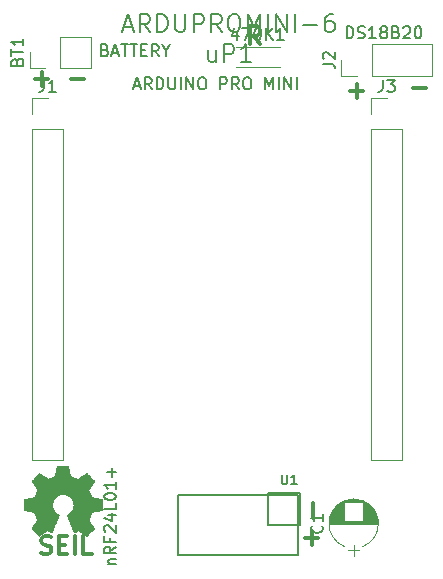
<source format=gto>
G04 #@! TF.FileFunction,Legend,Top*
%FSLAX46Y46*%
G04 Gerber Fmt 4.6, Leading zero omitted, Abs format (unit mm)*
G04 Created by KiCad (PCBNEW 4.0.6-e0-6349~53~ubuntu16.04.1) date Mon Jun 26 21:18:09 2017*
%MOMM*%
%LPD*%
G01*
G04 APERTURE LIST*
%ADD10C,0.200000*%
%ADD11C,0.300000*%
%ADD12C,0.120000*%
%ADD13C,0.150000*%
%ADD14C,0.010000*%
%ADD15C,0.160000*%
G04 APERTURE END LIST*
D10*
D11*
X143720286Y-59352571D02*
X143220286Y-58638286D01*
X142863143Y-59352571D02*
X142863143Y-57852571D01*
X143434571Y-57852571D01*
X143577429Y-57924000D01*
X143648857Y-57995429D01*
X143720286Y-58138286D01*
X143720286Y-58352571D01*
X143648857Y-58495429D01*
X143577429Y-58566857D01*
X143434571Y-58638286D01*
X142863143Y-58638286D01*
X147510572Y-101199143D02*
X148653429Y-101199143D01*
X148082000Y-101770571D02*
X148082000Y-100627714D01*
X148189143Y-99377428D02*
X148189143Y-98234571D01*
X156654572Y-63099143D02*
X157797429Y-63099143D01*
X151320572Y-63353143D02*
X152463429Y-63353143D01*
X151892000Y-63924571D02*
X151892000Y-62781714D01*
X124650572Y-62337143D02*
X125793429Y-62337143D01*
X125222000Y-62908571D02*
X125222000Y-61765714D01*
X127698572Y-62337143D02*
X128841429Y-62337143D01*
X125182571Y-102461143D02*
X125396857Y-102532571D01*
X125754000Y-102532571D01*
X125896857Y-102461143D01*
X125968286Y-102389714D01*
X126039714Y-102246857D01*
X126039714Y-102104000D01*
X125968286Y-101961143D01*
X125896857Y-101889714D01*
X125754000Y-101818286D01*
X125468286Y-101746857D01*
X125325428Y-101675429D01*
X125254000Y-101604000D01*
X125182571Y-101461143D01*
X125182571Y-101318286D01*
X125254000Y-101175429D01*
X125325428Y-101104000D01*
X125468286Y-101032571D01*
X125825428Y-101032571D01*
X126039714Y-101104000D01*
X126682571Y-101746857D02*
X127182571Y-101746857D01*
X127396857Y-102532571D02*
X126682571Y-102532571D01*
X126682571Y-101032571D01*
X127396857Y-101032571D01*
X128039714Y-102532571D02*
X128039714Y-101032571D01*
X129468286Y-102532571D02*
X128754000Y-102532571D01*
X128754000Y-101032571D01*
D10*
X130596000Y-59872571D02*
X130738857Y-59920190D01*
X130786476Y-59967810D01*
X130834095Y-60063048D01*
X130834095Y-60205905D01*
X130786476Y-60301143D01*
X130738857Y-60348762D01*
X130643619Y-60396381D01*
X130262666Y-60396381D01*
X130262666Y-59396381D01*
X130596000Y-59396381D01*
X130691238Y-59444000D01*
X130738857Y-59491619D01*
X130786476Y-59586857D01*
X130786476Y-59682095D01*
X130738857Y-59777333D01*
X130691238Y-59824952D01*
X130596000Y-59872571D01*
X130262666Y-59872571D01*
X131215047Y-60110667D02*
X131691238Y-60110667D01*
X131119809Y-60396381D02*
X131453142Y-59396381D01*
X131786476Y-60396381D01*
X131976952Y-59396381D02*
X132548381Y-59396381D01*
X132262666Y-60396381D02*
X132262666Y-59396381D01*
X132738857Y-59396381D02*
X133310286Y-59396381D01*
X133024571Y-60396381D02*
X133024571Y-59396381D01*
X133643619Y-59872571D02*
X133976953Y-59872571D01*
X134119810Y-60396381D02*
X133643619Y-60396381D01*
X133643619Y-59396381D01*
X134119810Y-59396381D01*
X135119810Y-60396381D02*
X134786476Y-59920190D01*
X134548381Y-60396381D02*
X134548381Y-59396381D01*
X134929334Y-59396381D01*
X135024572Y-59444000D01*
X135072191Y-59491619D01*
X135119810Y-59586857D01*
X135119810Y-59729714D01*
X135072191Y-59824952D01*
X135024572Y-59872571D01*
X134929334Y-59920190D01*
X134548381Y-59920190D01*
X135738857Y-59920190D02*
X135738857Y-60396381D01*
X135405524Y-59396381D02*
X135738857Y-59920190D01*
X136072191Y-59396381D01*
X151035143Y-58872381D02*
X151035143Y-57872381D01*
X151273238Y-57872381D01*
X151416096Y-57920000D01*
X151511334Y-58015238D01*
X151558953Y-58110476D01*
X151606572Y-58300952D01*
X151606572Y-58443810D01*
X151558953Y-58634286D01*
X151511334Y-58729524D01*
X151416096Y-58824762D01*
X151273238Y-58872381D01*
X151035143Y-58872381D01*
X151987524Y-58824762D02*
X152130381Y-58872381D01*
X152368477Y-58872381D01*
X152463715Y-58824762D01*
X152511334Y-58777143D01*
X152558953Y-58681905D01*
X152558953Y-58586667D01*
X152511334Y-58491429D01*
X152463715Y-58443810D01*
X152368477Y-58396190D01*
X152178000Y-58348571D01*
X152082762Y-58300952D01*
X152035143Y-58253333D01*
X151987524Y-58158095D01*
X151987524Y-58062857D01*
X152035143Y-57967619D01*
X152082762Y-57920000D01*
X152178000Y-57872381D01*
X152416096Y-57872381D01*
X152558953Y-57920000D01*
X153511334Y-58872381D02*
X152939905Y-58872381D01*
X153225619Y-58872381D02*
X153225619Y-57872381D01*
X153130381Y-58015238D01*
X153035143Y-58110476D01*
X152939905Y-58158095D01*
X154082762Y-58300952D02*
X153987524Y-58253333D01*
X153939905Y-58205714D01*
X153892286Y-58110476D01*
X153892286Y-58062857D01*
X153939905Y-57967619D01*
X153987524Y-57920000D01*
X154082762Y-57872381D01*
X154273239Y-57872381D01*
X154368477Y-57920000D01*
X154416096Y-57967619D01*
X154463715Y-58062857D01*
X154463715Y-58110476D01*
X154416096Y-58205714D01*
X154368477Y-58253333D01*
X154273239Y-58300952D01*
X154082762Y-58300952D01*
X153987524Y-58348571D01*
X153939905Y-58396190D01*
X153892286Y-58491429D01*
X153892286Y-58681905D01*
X153939905Y-58777143D01*
X153987524Y-58824762D01*
X154082762Y-58872381D01*
X154273239Y-58872381D01*
X154368477Y-58824762D01*
X154416096Y-58777143D01*
X154463715Y-58681905D01*
X154463715Y-58491429D01*
X154416096Y-58396190D01*
X154368477Y-58348571D01*
X154273239Y-58300952D01*
X155225620Y-58348571D02*
X155368477Y-58396190D01*
X155416096Y-58443810D01*
X155463715Y-58539048D01*
X155463715Y-58681905D01*
X155416096Y-58777143D01*
X155368477Y-58824762D01*
X155273239Y-58872381D01*
X154892286Y-58872381D01*
X154892286Y-57872381D01*
X155225620Y-57872381D01*
X155320858Y-57920000D01*
X155368477Y-57967619D01*
X155416096Y-58062857D01*
X155416096Y-58158095D01*
X155368477Y-58253333D01*
X155320858Y-58300952D01*
X155225620Y-58348571D01*
X154892286Y-58348571D01*
X155844667Y-57967619D02*
X155892286Y-57920000D01*
X155987524Y-57872381D01*
X156225620Y-57872381D01*
X156320858Y-57920000D01*
X156368477Y-57967619D01*
X156416096Y-58062857D01*
X156416096Y-58158095D01*
X156368477Y-58300952D01*
X155797048Y-58872381D01*
X156416096Y-58872381D01*
X157035143Y-57872381D02*
X157130382Y-57872381D01*
X157225620Y-57920000D01*
X157273239Y-57967619D01*
X157320858Y-58062857D01*
X157368477Y-58253333D01*
X157368477Y-58491429D01*
X157320858Y-58681905D01*
X157273239Y-58777143D01*
X157225620Y-58824762D01*
X157130382Y-58872381D01*
X157035143Y-58872381D01*
X156939905Y-58824762D01*
X156892286Y-58777143D01*
X156844667Y-58681905D01*
X156797048Y-58491429D01*
X156797048Y-58253333D01*
X156844667Y-58062857D01*
X156892286Y-57967619D01*
X156939905Y-57920000D01*
X157035143Y-57872381D01*
X130849714Y-103385429D02*
X131516381Y-103385429D01*
X130944952Y-103385429D02*
X130897333Y-103337810D01*
X130849714Y-103242572D01*
X130849714Y-103099714D01*
X130897333Y-103004476D01*
X130992571Y-102956857D01*
X131516381Y-102956857D01*
X131516381Y-101909238D02*
X131040190Y-102242572D01*
X131516381Y-102480667D02*
X130516381Y-102480667D01*
X130516381Y-102099714D01*
X130564000Y-102004476D01*
X130611619Y-101956857D01*
X130706857Y-101909238D01*
X130849714Y-101909238D01*
X130944952Y-101956857D01*
X130992571Y-102004476D01*
X131040190Y-102099714D01*
X131040190Y-102480667D01*
X130992571Y-101147333D02*
X130992571Y-101480667D01*
X131516381Y-101480667D02*
X130516381Y-101480667D01*
X130516381Y-101004476D01*
X130611619Y-100671143D02*
X130564000Y-100623524D01*
X130516381Y-100528286D01*
X130516381Y-100290190D01*
X130564000Y-100194952D01*
X130611619Y-100147333D01*
X130706857Y-100099714D01*
X130802095Y-100099714D01*
X130944952Y-100147333D01*
X131516381Y-100718762D01*
X131516381Y-100099714D01*
X130849714Y-99242571D02*
X131516381Y-99242571D01*
X130468762Y-99480667D02*
X131183048Y-99718762D01*
X131183048Y-99099714D01*
X131516381Y-98242571D02*
X131516381Y-98718762D01*
X130516381Y-98718762D01*
X130516381Y-97718762D02*
X130516381Y-97623523D01*
X130564000Y-97528285D01*
X130611619Y-97480666D01*
X130706857Y-97433047D01*
X130897333Y-97385428D01*
X131135429Y-97385428D01*
X131325905Y-97433047D01*
X131421143Y-97480666D01*
X131468762Y-97528285D01*
X131516381Y-97623523D01*
X131516381Y-97718762D01*
X131468762Y-97814000D01*
X131421143Y-97861619D01*
X131325905Y-97909238D01*
X131135429Y-97956857D01*
X130897333Y-97956857D01*
X130706857Y-97909238D01*
X130611619Y-97861619D01*
X130564000Y-97814000D01*
X130516381Y-97718762D01*
X131516381Y-96433047D02*
X131516381Y-97004476D01*
X131516381Y-96718762D02*
X130516381Y-96718762D01*
X130659238Y-96814000D01*
X130754476Y-96909238D01*
X130802095Y-97004476D01*
X131135429Y-96004476D02*
X131135429Y-95242571D01*
X131516381Y-95623523D02*
X130754476Y-95623523D01*
X133049239Y-62904667D02*
X133525430Y-62904667D01*
X132954001Y-63190381D02*
X133287334Y-62190381D01*
X133620668Y-63190381D01*
X134525430Y-63190381D02*
X134192096Y-62714190D01*
X133954001Y-63190381D02*
X133954001Y-62190381D01*
X134334954Y-62190381D01*
X134430192Y-62238000D01*
X134477811Y-62285619D01*
X134525430Y-62380857D01*
X134525430Y-62523714D01*
X134477811Y-62618952D01*
X134430192Y-62666571D01*
X134334954Y-62714190D01*
X133954001Y-62714190D01*
X134954001Y-63190381D02*
X134954001Y-62190381D01*
X135192096Y-62190381D01*
X135334954Y-62238000D01*
X135430192Y-62333238D01*
X135477811Y-62428476D01*
X135525430Y-62618952D01*
X135525430Y-62761810D01*
X135477811Y-62952286D01*
X135430192Y-63047524D01*
X135334954Y-63142762D01*
X135192096Y-63190381D01*
X134954001Y-63190381D01*
X135954001Y-62190381D02*
X135954001Y-62999905D01*
X136001620Y-63095143D01*
X136049239Y-63142762D01*
X136144477Y-63190381D01*
X136334954Y-63190381D01*
X136430192Y-63142762D01*
X136477811Y-63095143D01*
X136525430Y-62999905D01*
X136525430Y-62190381D01*
X137001620Y-63190381D02*
X137001620Y-62190381D01*
X137477810Y-63190381D02*
X137477810Y-62190381D01*
X138049239Y-63190381D01*
X138049239Y-62190381D01*
X138715905Y-62190381D02*
X138906382Y-62190381D01*
X139001620Y-62238000D01*
X139096858Y-62333238D01*
X139144477Y-62523714D01*
X139144477Y-62857048D01*
X139096858Y-63047524D01*
X139001620Y-63142762D01*
X138906382Y-63190381D01*
X138715905Y-63190381D01*
X138620667Y-63142762D01*
X138525429Y-63047524D01*
X138477810Y-62857048D01*
X138477810Y-62523714D01*
X138525429Y-62333238D01*
X138620667Y-62238000D01*
X138715905Y-62190381D01*
X140334953Y-63190381D02*
X140334953Y-62190381D01*
X140715906Y-62190381D01*
X140811144Y-62238000D01*
X140858763Y-62285619D01*
X140906382Y-62380857D01*
X140906382Y-62523714D01*
X140858763Y-62618952D01*
X140811144Y-62666571D01*
X140715906Y-62714190D01*
X140334953Y-62714190D01*
X141906382Y-63190381D02*
X141573048Y-62714190D01*
X141334953Y-63190381D02*
X141334953Y-62190381D01*
X141715906Y-62190381D01*
X141811144Y-62238000D01*
X141858763Y-62285619D01*
X141906382Y-62380857D01*
X141906382Y-62523714D01*
X141858763Y-62618952D01*
X141811144Y-62666571D01*
X141715906Y-62714190D01*
X141334953Y-62714190D01*
X142525429Y-62190381D02*
X142715906Y-62190381D01*
X142811144Y-62238000D01*
X142906382Y-62333238D01*
X142954001Y-62523714D01*
X142954001Y-62857048D01*
X142906382Y-63047524D01*
X142811144Y-63142762D01*
X142715906Y-63190381D01*
X142525429Y-63190381D01*
X142430191Y-63142762D01*
X142334953Y-63047524D01*
X142287334Y-62857048D01*
X142287334Y-62523714D01*
X142334953Y-62333238D01*
X142430191Y-62238000D01*
X142525429Y-62190381D01*
X144144477Y-63190381D02*
X144144477Y-62190381D01*
X144477811Y-62904667D01*
X144811144Y-62190381D01*
X144811144Y-63190381D01*
X145287334Y-63190381D02*
X145287334Y-62190381D01*
X145763524Y-63190381D02*
X145763524Y-62190381D01*
X146334953Y-63190381D01*
X146334953Y-62190381D01*
X146811143Y-63190381D02*
X146811143Y-62190381D01*
D12*
X126809500Y-61401000D02*
X129409500Y-61401000D01*
X129409500Y-61401000D02*
X129409500Y-58741000D01*
X129409500Y-58741000D02*
X126809500Y-58741000D01*
X126809500Y-58741000D02*
X126809500Y-61401000D01*
X125539500Y-61401000D02*
X124209500Y-61401000D01*
X124209500Y-61401000D02*
X124209500Y-60071000D01*
X149588000Y-99965000D02*
X153688000Y-99965000D01*
X149588000Y-99925000D02*
X153688000Y-99925000D01*
X149589000Y-99885000D02*
X153687000Y-99885000D01*
X149591000Y-99845000D02*
X153685000Y-99845000D01*
X149594000Y-99805000D02*
X153682000Y-99805000D01*
X149597000Y-99765000D02*
X153679000Y-99765000D01*
X149601000Y-99725000D02*
X150858000Y-99725000D01*
X152418000Y-99725000D02*
X153675000Y-99725000D01*
X149606000Y-99685000D02*
X150858000Y-99685000D01*
X152418000Y-99685000D02*
X153670000Y-99685000D01*
X149612000Y-99645000D02*
X150858000Y-99645000D01*
X152418000Y-99645000D02*
X153664000Y-99645000D01*
X149619000Y-99605000D02*
X150858000Y-99605000D01*
X152418000Y-99605000D02*
X153657000Y-99605000D01*
X149626000Y-99565000D02*
X150858000Y-99565000D01*
X152418000Y-99565000D02*
X153650000Y-99565000D01*
X149634000Y-99525000D02*
X150858000Y-99525000D01*
X152418000Y-99525000D02*
X153642000Y-99525000D01*
X149643000Y-99485000D02*
X150858000Y-99485000D01*
X152418000Y-99485000D02*
X153633000Y-99485000D01*
X149653000Y-99445000D02*
X150858000Y-99445000D01*
X152418000Y-99445000D02*
X153623000Y-99445000D01*
X149664000Y-99405000D02*
X150858000Y-99405000D01*
X152418000Y-99405000D02*
X153612000Y-99405000D01*
X149675000Y-99365000D02*
X150858000Y-99365000D01*
X152418000Y-99365000D02*
X153601000Y-99365000D01*
X149688000Y-99325000D02*
X150858000Y-99325000D01*
X152418000Y-99325000D02*
X153588000Y-99325000D01*
X149701000Y-99285000D02*
X150858000Y-99285000D01*
X152418000Y-99285000D02*
X153575000Y-99285000D01*
X149715000Y-99244000D02*
X150858000Y-99244000D01*
X152418000Y-99244000D02*
X153561000Y-99244000D01*
X149731000Y-99204000D02*
X150858000Y-99204000D01*
X152418000Y-99204000D02*
X153545000Y-99204000D01*
X149747000Y-99164000D02*
X150858000Y-99164000D01*
X152418000Y-99164000D02*
X153529000Y-99164000D01*
X149764000Y-99124000D02*
X150858000Y-99124000D01*
X152418000Y-99124000D02*
X153512000Y-99124000D01*
X149782000Y-99084000D02*
X150858000Y-99084000D01*
X152418000Y-99084000D02*
X153494000Y-99084000D01*
X149801000Y-99044000D02*
X150858000Y-99044000D01*
X152418000Y-99044000D02*
X153475000Y-99044000D01*
X149821000Y-99004000D02*
X150858000Y-99004000D01*
X152418000Y-99004000D02*
X153455000Y-99004000D01*
X149842000Y-98964000D02*
X150858000Y-98964000D01*
X152418000Y-98964000D02*
X153434000Y-98964000D01*
X149865000Y-98924000D02*
X150858000Y-98924000D01*
X152418000Y-98924000D02*
X153411000Y-98924000D01*
X149888000Y-98884000D02*
X150858000Y-98884000D01*
X152418000Y-98884000D02*
X153388000Y-98884000D01*
X149913000Y-98844000D02*
X150858000Y-98844000D01*
X152418000Y-98844000D02*
X153363000Y-98844000D01*
X149939000Y-98804000D02*
X150858000Y-98804000D01*
X152418000Y-98804000D02*
X153337000Y-98804000D01*
X149966000Y-98764000D02*
X150858000Y-98764000D01*
X152418000Y-98764000D02*
X153310000Y-98764000D01*
X149995000Y-98724000D02*
X150858000Y-98724000D01*
X152418000Y-98724000D02*
X153281000Y-98724000D01*
X150025000Y-98684000D02*
X150858000Y-98684000D01*
X152418000Y-98684000D02*
X153251000Y-98684000D01*
X150057000Y-98644000D02*
X150858000Y-98644000D01*
X152418000Y-98644000D02*
X153219000Y-98644000D01*
X150091000Y-98604000D02*
X150858000Y-98604000D01*
X152418000Y-98604000D02*
X153185000Y-98604000D01*
X150126000Y-98564000D02*
X150858000Y-98564000D01*
X152418000Y-98564000D02*
X153150000Y-98564000D01*
X150163000Y-98524000D02*
X150858000Y-98524000D01*
X152418000Y-98524000D02*
X153113000Y-98524000D01*
X150202000Y-98484000D02*
X150858000Y-98484000D01*
X152418000Y-98484000D02*
X153074000Y-98484000D01*
X150243000Y-98444000D02*
X150858000Y-98444000D01*
X152418000Y-98444000D02*
X153033000Y-98444000D01*
X150287000Y-98404000D02*
X150858000Y-98404000D01*
X152418000Y-98404000D02*
X152989000Y-98404000D01*
X150333000Y-98364000D02*
X150858000Y-98364000D01*
X152418000Y-98364000D02*
X152943000Y-98364000D01*
X150382000Y-98324000D02*
X150858000Y-98324000D01*
X152418000Y-98324000D02*
X152894000Y-98324000D01*
X150434000Y-98284000D02*
X150858000Y-98284000D01*
X152418000Y-98284000D02*
X152842000Y-98284000D01*
X150490000Y-98244000D02*
X150858000Y-98244000D01*
X152418000Y-98244000D02*
X152786000Y-98244000D01*
X150550000Y-98204000D02*
X150858000Y-98204000D01*
X152418000Y-98204000D02*
X152726000Y-98204000D01*
X150615000Y-98164000D02*
X152661000Y-98164000D01*
X150686000Y-98124000D02*
X152590000Y-98124000D01*
X150764000Y-98084000D02*
X152512000Y-98084000D01*
X150852000Y-98044000D02*
X152424000Y-98044000D01*
X150952000Y-98004000D02*
X152324000Y-98004000D01*
X151071000Y-97964000D02*
X152205000Y-97964000D01*
X151223000Y-97924000D02*
X152053000Y-97924000D01*
X151473000Y-97884000D02*
X151803000Y-97884000D01*
X151638000Y-102665000D02*
X151638000Y-101765000D01*
X151188000Y-102215000D02*
X152088000Y-102215000D01*
X150858911Y-98025639D02*
G75*
G03X150858000Y-101903995I779089J-1939361D01*
G01*
X152417089Y-98025639D02*
G75*
G02X152418000Y-101903995I-779089J-1939361D01*
G01*
X152417089Y-98025639D02*
G75*
G03X150858000Y-98026005I-779089J-1939361D01*
G01*
X124400000Y-66548000D02*
X124400000Y-94548000D01*
X124400000Y-94548000D02*
X127060000Y-94548000D01*
X127060000Y-94548000D02*
X127060000Y-66548000D01*
X127060000Y-66548000D02*
X124400000Y-66548000D01*
X124400000Y-65278000D02*
X124400000Y-63948000D01*
X124400000Y-63948000D02*
X125730000Y-63948000D01*
X153162000Y-62036000D02*
X158302000Y-62036000D01*
X158302000Y-62036000D02*
X158302000Y-59376000D01*
X158302000Y-59376000D02*
X153162000Y-59376000D01*
X153162000Y-59376000D02*
X153162000Y-62036000D01*
X151892000Y-62036000D02*
X150562000Y-62036000D01*
X150562000Y-62036000D02*
X150562000Y-60706000D01*
X153102000Y-66548000D02*
X153102000Y-94548000D01*
X153102000Y-94548000D02*
X155762000Y-94548000D01*
X155762000Y-94548000D02*
X155762000Y-66548000D01*
X155762000Y-66548000D02*
X153102000Y-66548000D01*
X153102000Y-65278000D02*
X153102000Y-63948000D01*
X153102000Y-63948000D02*
X154432000Y-63948000D01*
D13*
X144399000Y-97409000D02*
X147066000Y-97409000D01*
X147066000Y-97409000D02*
X147066000Y-100076000D01*
X139319000Y-97536000D02*
X136779000Y-97536000D01*
X136779000Y-97536000D02*
X136779000Y-100076000D01*
X144399000Y-97536000D02*
X144399000Y-100076000D01*
X144399000Y-100076000D02*
X146939000Y-100076000D01*
X139319000Y-97536000D02*
X146939000Y-97536000D01*
X146939000Y-97536000D02*
X146939000Y-102616000D01*
X146939000Y-102616000D02*
X136779000Y-102616000D01*
X136779000Y-102616000D02*
X136779000Y-100076000D01*
D14*
G36*
X127555814Y-95512931D02*
X127639635Y-95957555D01*
X127948920Y-96085053D01*
X128258206Y-96212551D01*
X128629246Y-95960246D01*
X128733157Y-95889996D01*
X128827087Y-95827272D01*
X128906652Y-95774938D01*
X128967470Y-95735857D01*
X129005157Y-95712893D01*
X129015421Y-95707942D01*
X129033910Y-95720676D01*
X129073420Y-95755882D01*
X129129522Y-95809062D01*
X129197787Y-95875718D01*
X129273786Y-95951354D01*
X129353092Y-96031472D01*
X129431275Y-96111574D01*
X129503907Y-96187164D01*
X129566559Y-96253745D01*
X129614803Y-96306818D01*
X129644210Y-96341887D01*
X129651241Y-96353623D01*
X129641123Y-96375260D01*
X129612759Y-96422662D01*
X129569129Y-96491193D01*
X129513218Y-96576215D01*
X129448006Y-96673093D01*
X129410219Y-96728350D01*
X129341343Y-96829248D01*
X129280140Y-96920299D01*
X129229578Y-96996970D01*
X129192628Y-97054728D01*
X129172258Y-97089043D01*
X129169197Y-97096254D01*
X129176136Y-97116748D01*
X129195051Y-97164513D01*
X129223087Y-97232832D01*
X129257391Y-97314989D01*
X129295109Y-97404270D01*
X129333387Y-97493958D01*
X129369370Y-97577338D01*
X129400206Y-97647694D01*
X129423039Y-97698310D01*
X129435017Y-97722471D01*
X129435724Y-97723422D01*
X129454531Y-97728036D01*
X129504618Y-97738328D01*
X129580793Y-97753287D01*
X129677865Y-97771901D01*
X129790643Y-97793159D01*
X129856442Y-97805418D01*
X129976950Y-97828362D01*
X130085797Y-97850195D01*
X130177476Y-97869722D01*
X130246481Y-97885748D01*
X130287304Y-97897079D01*
X130295511Y-97900674D01*
X130303548Y-97925006D01*
X130310033Y-97979959D01*
X130314970Y-98059108D01*
X130318364Y-98156026D01*
X130320218Y-98264287D01*
X130320538Y-98377465D01*
X130319327Y-98489135D01*
X130316590Y-98592868D01*
X130312331Y-98682241D01*
X130306555Y-98750826D01*
X130299267Y-98792197D01*
X130294895Y-98800810D01*
X130268764Y-98811133D01*
X130213393Y-98825892D01*
X130136107Y-98843352D01*
X130044230Y-98861780D01*
X130012158Y-98867741D01*
X129857524Y-98896066D01*
X129735375Y-98918876D01*
X129641673Y-98937080D01*
X129572384Y-98951583D01*
X129523471Y-98963292D01*
X129490897Y-98973115D01*
X129470628Y-98981956D01*
X129458626Y-98990724D01*
X129456947Y-98992457D01*
X129440184Y-99020371D01*
X129414614Y-99074695D01*
X129382788Y-99148777D01*
X129347260Y-99235965D01*
X129310583Y-99329608D01*
X129275311Y-99423052D01*
X129243996Y-99509647D01*
X129219193Y-99582740D01*
X129203454Y-99635678D01*
X129199332Y-99661811D01*
X129199676Y-99662726D01*
X129213641Y-99684086D01*
X129245322Y-99731084D01*
X129291391Y-99798827D01*
X129348518Y-99882423D01*
X129413373Y-99976982D01*
X129431843Y-100003854D01*
X129497699Y-100101275D01*
X129555650Y-100190163D01*
X129602538Y-100265412D01*
X129635207Y-100321920D01*
X129650500Y-100354581D01*
X129651241Y-100358593D01*
X129638392Y-100379684D01*
X129602888Y-100421464D01*
X129549293Y-100479445D01*
X129482171Y-100549135D01*
X129406087Y-100626045D01*
X129325604Y-100705683D01*
X129245287Y-100783561D01*
X129169699Y-100855186D01*
X129103405Y-100916070D01*
X129050969Y-100961721D01*
X129016955Y-100987650D01*
X129007545Y-100991883D01*
X128985643Y-100981912D01*
X128940800Y-100955020D01*
X128880321Y-100915736D01*
X128833789Y-100884117D01*
X128749475Y-100826098D01*
X128649626Y-100757784D01*
X128549473Y-100689579D01*
X128495627Y-100653075D01*
X128313371Y-100529800D01*
X128160381Y-100612520D01*
X128090682Y-100648759D01*
X128031414Y-100676926D01*
X127991311Y-100692991D01*
X127981103Y-100695226D01*
X127968829Y-100678722D01*
X127944613Y-100632082D01*
X127910263Y-100559609D01*
X127867588Y-100465606D01*
X127818394Y-100354374D01*
X127764490Y-100230215D01*
X127707684Y-100097432D01*
X127649782Y-99960327D01*
X127592593Y-99823202D01*
X127537924Y-99690358D01*
X127487584Y-99566098D01*
X127443380Y-99454725D01*
X127407119Y-99360539D01*
X127380609Y-99287844D01*
X127365658Y-99240941D01*
X127363254Y-99224833D01*
X127382311Y-99204286D01*
X127424036Y-99170933D01*
X127479706Y-99131702D01*
X127484378Y-99128599D01*
X127628264Y-99013423D01*
X127744283Y-98879053D01*
X127831430Y-98729784D01*
X127888699Y-98569913D01*
X127915086Y-98403737D01*
X127909585Y-98235552D01*
X127871190Y-98069655D01*
X127798895Y-97910342D01*
X127777626Y-97875487D01*
X127666996Y-97734737D01*
X127536302Y-97621714D01*
X127390064Y-97537003D01*
X127232808Y-97481194D01*
X127069057Y-97454874D01*
X126903333Y-97458630D01*
X126740162Y-97493050D01*
X126584065Y-97558723D01*
X126439567Y-97656235D01*
X126394869Y-97695813D01*
X126281112Y-97819703D01*
X126198218Y-97950124D01*
X126141356Y-98096315D01*
X126109687Y-98241088D01*
X126101869Y-98403860D01*
X126127938Y-98567440D01*
X126185245Y-98726298D01*
X126271144Y-98874906D01*
X126382986Y-99007735D01*
X126518123Y-99119256D01*
X126535883Y-99131011D01*
X126592150Y-99169508D01*
X126634923Y-99202863D01*
X126655372Y-99224160D01*
X126655669Y-99224833D01*
X126651279Y-99247871D01*
X126633876Y-99300157D01*
X126605268Y-99377390D01*
X126567265Y-99475268D01*
X126521674Y-99589491D01*
X126470303Y-99715758D01*
X126414962Y-99849767D01*
X126357458Y-99987218D01*
X126299601Y-100123808D01*
X126243198Y-100255237D01*
X126190058Y-100377205D01*
X126141990Y-100485409D01*
X126100801Y-100575549D01*
X126068301Y-100643323D01*
X126046297Y-100684430D01*
X126037436Y-100695226D01*
X126010360Y-100686819D01*
X125959697Y-100664272D01*
X125894183Y-100631613D01*
X125858159Y-100612520D01*
X125705168Y-100529800D01*
X125522912Y-100653075D01*
X125429875Y-100716228D01*
X125328015Y-100785727D01*
X125232562Y-100851165D01*
X125184750Y-100884117D01*
X125117505Y-100929273D01*
X125060564Y-100965057D01*
X125021354Y-100986938D01*
X125008619Y-100991563D01*
X124990083Y-100979085D01*
X124949059Y-100944252D01*
X124889525Y-100890678D01*
X124815458Y-100821983D01*
X124730835Y-100741781D01*
X124677315Y-100690286D01*
X124583681Y-100598286D01*
X124502759Y-100515999D01*
X124437823Y-100446945D01*
X124392142Y-100394644D01*
X124368989Y-100362616D01*
X124366768Y-100356116D01*
X124377076Y-100331394D01*
X124405561Y-100281405D01*
X124449063Y-100211212D01*
X124504423Y-100125875D01*
X124568480Y-100030456D01*
X124586697Y-100003854D01*
X124653073Y-99907167D01*
X124712622Y-99820117D01*
X124762016Y-99747595D01*
X124797925Y-99694493D01*
X124817019Y-99665703D01*
X124818864Y-99662726D01*
X124816105Y-99639782D01*
X124801462Y-99589336D01*
X124777487Y-99518041D01*
X124746734Y-99432547D01*
X124711756Y-99339507D01*
X124675107Y-99245574D01*
X124639339Y-99157399D01*
X124607006Y-99081634D01*
X124580662Y-99024931D01*
X124562858Y-98993943D01*
X124561593Y-98992457D01*
X124550706Y-98983601D01*
X124532318Y-98974843D01*
X124502394Y-98965277D01*
X124456897Y-98953996D01*
X124391791Y-98940093D01*
X124303039Y-98922663D01*
X124186607Y-98900798D01*
X124038458Y-98873591D01*
X124006382Y-98867741D01*
X123911314Y-98849374D01*
X123828435Y-98831405D01*
X123765070Y-98815569D01*
X123728542Y-98803600D01*
X123723644Y-98800810D01*
X123715573Y-98776072D01*
X123709013Y-98720790D01*
X123703967Y-98641389D01*
X123700441Y-98544296D01*
X123698439Y-98435938D01*
X123697964Y-98322740D01*
X123699023Y-98211128D01*
X123701618Y-98107529D01*
X123705754Y-98018368D01*
X123711437Y-97950072D01*
X123718669Y-97909066D01*
X123723029Y-97900674D01*
X123747302Y-97892208D01*
X123802574Y-97878435D01*
X123883338Y-97860550D01*
X123984088Y-97839748D01*
X124099317Y-97817223D01*
X124162098Y-97805418D01*
X124281213Y-97783151D01*
X124387435Y-97762979D01*
X124475573Y-97745915D01*
X124540434Y-97732969D01*
X124576826Y-97725155D01*
X124582816Y-97723422D01*
X124592939Y-97703890D01*
X124614338Y-97656843D01*
X124644161Y-97589003D01*
X124679555Y-97507091D01*
X124717668Y-97417828D01*
X124755647Y-97327935D01*
X124790640Y-97244135D01*
X124819794Y-97173147D01*
X124840257Y-97121694D01*
X124849177Y-97096497D01*
X124849343Y-97095396D01*
X124839231Y-97075519D01*
X124810883Y-97029777D01*
X124767277Y-96962717D01*
X124711394Y-96878884D01*
X124646213Y-96782826D01*
X124608321Y-96727650D01*
X124539275Y-96626481D01*
X124477950Y-96534630D01*
X124427337Y-96456744D01*
X124390429Y-96397469D01*
X124370218Y-96361451D01*
X124367299Y-96353377D01*
X124379847Y-96334584D01*
X124414537Y-96294457D01*
X124466937Y-96237493D01*
X124532616Y-96168185D01*
X124607144Y-96091031D01*
X124686087Y-96010525D01*
X124765017Y-95931163D01*
X124839500Y-95857440D01*
X124905106Y-95793852D01*
X124957404Y-95744894D01*
X124991961Y-95715061D01*
X125003522Y-95707942D01*
X125022346Y-95717953D01*
X125067369Y-95746078D01*
X125134213Y-95789454D01*
X125218501Y-95845218D01*
X125315856Y-95910506D01*
X125389293Y-95960246D01*
X125760333Y-96212551D01*
X126378905Y-95957555D01*
X126462725Y-95512931D01*
X126546546Y-95068307D01*
X127471994Y-95068307D01*
X127555814Y-95512931D01*
X127555814Y-95512931D01*
G37*
X127555814Y-95512931D02*
X127639635Y-95957555D01*
X127948920Y-96085053D01*
X128258206Y-96212551D01*
X128629246Y-95960246D01*
X128733157Y-95889996D01*
X128827087Y-95827272D01*
X128906652Y-95774938D01*
X128967470Y-95735857D01*
X129005157Y-95712893D01*
X129015421Y-95707942D01*
X129033910Y-95720676D01*
X129073420Y-95755882D01*
X129129522Y-95809062D01*
X129197787Y-95875718D01*
X129273786Y-95951354D01*
X129353092Y-96031472D01*
X129431275Y-96111574D01*
X129503907Y-96187164D01*
X129566559Y-96253745D01*
X129614803Y-96306818D01*
X129644210Y-96341887D01*
X129651241Y-96353623D01*
X129641123Y-96375260D01*
X129612759Y-96422662D01*
X129569129Y-96491193D01*
X129513218Y-96576215D01*
X129448006Y-96673093D01*
X129410219Y-96728350D01*
X129341343Y-96829248D01*
X129280140Y-96920299D01*
X129229578Y-96996970D01*
X129192628Y-97054728D01*
X129172258Y-97089043D01*
X129169197Y-97096254D01*
X129176136Y-97116748D01*
X129195051Y-97164513D01*
X129223087Y-97232832D01*
X129257391Y-97314989D01*
X129295109Y-97404270D01*
X129333387Y-97493958D01*
X129369370Y-97577338D01*
X129400206Y-97647694D01*
X129423039Y-97698310D01*
X129435017Y-97722471D01*
X129435724Y-97723422D01*
X129454531Y-97728036D01*
X129504618Y-97738328D01*
X129580793Y-97753287D01*
X129677865Y-97771901D01*
X129790643Y-97793159D01*
X129856442Y-97805418D01*
X129976950Y-97828362D01*
X130085797Y-97850195D01*
X130177476Y-97869722D01*
X130246481Y-97885748D01*
X130287304Y-97897079D01*
X130295511Y-97900674D01*
X130303548Y-97925006D01*
X130310033Y-97979959D01*
X130314970Y-98059108D01*
X130318364Y-98156026D01*
X130320218Y-98264287D01*
X130320538Y-98377465D01*
X130319327Y-98489135D01*
X130316590Y-98592868D01*
X130312331Y-98682241D01*
X130306555Y-98750826D01*
X130299267Y-98792197D01*
X130294895Y-98800810D01*
X130268764Y-98811133D01*
X130213393Y-98825892D01*
X130136107Y-98843352D01*
X130044230Y-98861780D01*
X130012158Y-98867741D01*
X129857524Y-98896066D01*
X129735375Y-98918876D01*
X129641673Y-98937080D01*
X129572384Y-98951583D01*
X129523471Y-98963292D01*
X129490897Y-98973115D01*
X129470628Y-98981956D01*
X129458626Y-98990724D01*
X129456947Y-98992457D01*
X129440184Y-99020371D01*
X129414614Y-99074695D01*
X129382788Y-99148777D01*
X129347260Y-99235965D01*
X129310583Y-99329608D01*
X129275311Y-99423052D01*
X129243996Y-99509647D01*
X129219193Y-99582740D01*
X129203454Y-99635678D01*
X129199332Y-99661811D01*
X129199676Y-99662726D01*
X129213641Y-99684086D01*
X129245322Y-99731084D01*
X129291391Y-99798827D01*
X129348518Y-99882423D01*
X129413373Y-99976982D01*
X129431843Y-100003854D01*
X129497699Y-100101275D01*
X129555650Y-100190163D01*
X129602538Y-100265412D01*
X129635207Y-100321920D01*
X129650500Y-100354581D01*
X129651241Y-100358593D01*
X129638392Y-100379684D01*
X129602888Y-100421464D01*
X129549293Y-100479445D01*
X129482171Y-100549135D01*
X129406087Y-100626045D01*
X129325604Y-100705683D01*
X129245287Y-100783561D01*
X129169699Y-100855186D01*
X129103405Y-100916070D01*
X129050969Y-100961721D01*
X129016955Y-100987650D01*
X129007545Y-100991883D01*
X128985643Y-100981912D01*
X128940800Y-100955020D01*
X128880321Y-100915736D01*
X128833789Y-100884117D01*
X128749475Y-100826098D01*
X128649626Y-100757784D01*
X128549473Y-100689579D01*
X128495627Y-100653075D01*
X128313371Y-100529800D01*
X128160381Y-100612520D01*
X128090682Y-100648759D01*
X128031414Y-100676926D01*
X127991311Y-100692991D01*
X127981103Y-100695226D01*
X127968829Y-100678722D01*
X127944613Y-100632082D01*
X127910263Y-100559609D01*
X127867588Y-100465606D01*
X127818394Y-100354374D01*
X127764490Y-100230215D01*
X127707684Y-100097432D01*
X127649782Y-99960327D01*
X127592593Y-99823202D01*
X127537924Y-99690358D01*
X127487584Y-99566098D01*
X127443380Y-99454725D01*
X127407119Y-99360539D01*
X127380609Y-99287844D01*
X127365658Y-99240941D01*
X127363254Y-99224833D01*
X127382311Y-99204286D01*
X127424036Y-99170933D01*
X127479706Y-99131702D01*
X127484378Y-99128599D01*
X127628264Y-99013423D01*
X127744283Y-98879053D01*
X127831430Y-98729784D01*
X127888699Y-98569913D01*
X127915086Y-98403737D01*
X127909585Y-98235552D01*
X127871190Y-98069655D01*
X127798895Y-97910342D01*
X127777626Y-97875487D01*
X127666996Y-97734737D01*
X127536302Y-97621714D01*
X127390064Y-97537003D01*
X127232808Y-97481194D01*
X127069057Y-97454874D01*
X126903333Y-97458630D01*
X126740162Y-97493050D01*
X126584065Y-97558723D01*
X126439567Y-97656235D01*
X126394869Y-97695813D01*
X126281112Y-97819703D01*
X126198218Y-97950124D01*
X126141356Y-98096315D01*
X126109687Y-98241088D01*
X126101869Y-98403860D01*
X126127938Y-98567440D01*
X126185245Y-98726298D01*
X126271144Y-98874906D01*
X126382986Y-99007735D01*
X126518123Y-99119256D01*
X126535883Y-99131011D01*
X126592150Y-99169508D01*
X126634923Y-99202863D01*
X126655372Y-99224160D01*
X126655669Y-99224833D01*
X126651279Y-99247871D01*
X126633876Y-99300157D01*
X126605268Y-99377390D01*
X126567265Y-99475268D01*
X126521674Y-99589491D01*
X126470303Y-99715758D01*
X126414962Y-99849767D01*
X126357458Y-99987218D01*
X126299601Y-100123808D01*
X126243198Y-100255237D01*
X126190058Y-100377205D01*
X126141990Y-100485409D01*
X126100801Y-100575549D01*
X126068301Y-100643323D01*
X126046297Y-100684430D01*
X126037436Y-100695226D01*
X126010360Y-100686819D01*
X125959697Y-100664272D01*
X125894183Y-100631613D01*
X125858159Y-100612520D01*
X125705168Y-100529800D01*
X125522912Y-100653075D01*
X125429875Y-100716228D01*
X125328015Y-100785727D01*
X125232562Y-100851165D01*
X125184750Y-100884117D01*
X125117505Y-100929273D01*
X125060564Y-100965057D01*
X125021354Y-100986938D01*
X125008619Y-100991563D01*
X124990083Y-100979085D01*
X124949059Y-100944252D01*
X124889525Y-100890678D01*
X124815458Y-100821983D01*
X124730835Y-100741781D01*
X124677315Y-100690286D01*
X124583681Y-100598286D01*
X124502759Y-100515999D01*
X124437823Y-100446945D01*
X124392142Y-100394644D01*
X124368989Y-100362616D01*
X124366768Y-100356116D01*
X124377076Y-100331394D01*
X124405561Y-100281405D01*
X124449063Y-100211212D01*
X124504423Y-100125875D01*
X124568480Y-100030456D01*
X124586697Y-100003854D01*
X124653073Y-99907167D01*
X124712622Y-99820117D01*
X124762016Y-99747595D01*
X124797925Y-99694493D01*
X124817019Y-99665703D01*
X124818864Y-99662726D01*
X124816105Y-99639782D01*
X124801462Y-99589336D01*
X124777487Y-99518041D01*
X124746734Y-99432547D01*
X124711756Y-99339507D01*
X124675107Y-99245574D01*
X124639339Y-99157399D01*
X124607006Y-99081634D01*
X124580662Y-99024931D01*
X124562858Y-98993943D01*
X124561593Y-98992457D01*
X124550706Y-98983601D01*
X124532318Y-98974843D01*
X124502394Y-98965277D01*
X124456897Y-98953996D01*
X124391791Y-98940093D01*
X124303039Y-98922663D01*
X124186607Y-98900798D01*
X124038458Y-98873591D01*
X124006382Y-98867741D01*
X123911314Y-98849374D01*
X123828435Y-98831405D01*
X123765070Y-98815569D01*
X123728542Y-98803600D01*
X123723644Y-98800810D01*
X123715573Y-98776072D01*
X123709013Y-98720790D01*
X123703967Y-98641389D01*
X123700441Y-98544296D01*
X123698439Y-98435938D01*
X123697964Y-98322740D01*
X123699023Y-98211128D01*
X123701618Y-98107529D01*
X123705754Y-98018368D01*
X123711437Y-97950072D01*
X123718669Y-97909066D01*
X123723029Y-97900674D01*
X123747302Y-97892208D01*
X123802574Y-97878435D01*
X123883338Y-97860550D01*
X123984088Y-97839748D01*
X124099317Y-97817223D01*
X124162098Y-97805418D01*
X124281213Y-97783151D01*
X124387435Y-97762979D01*
X124475573Y-97745915D01*
X124540434Y-97732969D01*
X124576826Y-97725155D01*
X124582816Y-97723422D01*
X124592939Y-97703890D01*
X124614338Y-97656843D01*
X124644161Y-97589003D01*
X124679555Y-97507091D01*
X124717668Y-97417828D01*
X124755647Y-97327935D01*
X124790640Y-97244135D01*
X124819794Y-97173147D01*
X124840257Y-97121694D01*
X124849177Y-97096497D01*
X124849343Y-97095396D01*
X124839231Y-97075519D01*
X124810883Y-97029777D01*
X124767277Y-96962717D01*
X124711394Y-96878884D01*
X124646213Y-96782826D01*
X124608321Y-96727650D01*
X124539275Y-96626481D01*
X124477950Y-96534630D01*
X124427337Y-96456744D01*
X124390429Y-96397469D01*
X124370218Y-96361451D01*
X124367299Y-96353377D01*
X124379847Y-96334584D01*
X124414537Y-96294457D01*
X124466937Y-96237493D01*
X124532616Y-96168185D01*
X124607144Y-96091031D01*
X124686087Y-96010525D01*
X124765017Y-95931163D01*
X124839500Y-95857440D01*
X124905106Y-95793852D01*
X124957404Y-95744894D01*
X124991961Y-95715061D01*
X125003522Y-95707942D01*
X125022346Y-95717953D01*
X125067369Y-95746078D01*
X125134213Y-95789454D01*
X125218501Y-95845218D01*
X125315856Y-95910506D01*
X125389293Y-95960246D01*
X125760333Y-96212551D01*
X126378905Y-95957555D01*
X126462725Y-95512931D01*
X126546546Y-95068307D01*
X127471994Y-95068307D01*
X127555814Y-95512931D01*
D12*
X141650000Y-59592000D02*
X145370000Y-59592000D01*
X141650000Y-61312000D02*
X145370000Y-61312000D01*
D13*
X139954143Y-59876571D02*
X139954143Y-60876571D01*
X139311286Y-59876571D02*
X139311286Y-60662286D01*
X139382714Y-60805143D01*
X139525572Y-60876571D01*
X139739857Y-60876571D01*
X139882714Y-60805143D01*
X139954143Y-60733714D01*
X140668429Y-60876571D02*
X140668429Y-59376571D01*
X141239857Y-59376571D01*
X141382715Y-59448000D01*
X141454143Y-59519429D01*
X141525572Y-59662286D01*
X141525572Y-59876571D01*
X141454143Y-60019429D01*
X141382715Y-60090857D01*
X141239857Y-60162286D01*
X140668429Y-60162286D01*
X142954143Y-60876571D02*
X142097000Y-60876571D01*
X142525572Y-60876571D02*
X142525572Y-59376571D01*
X142382715Y-59590857D01*
X142239857Y-59733714D01*
X142097000Y-59805143D01*
X132168428Y-57908000D02*
X132882714Y-57908000D01*
X132025571Y-58336571D02*
X132525571Y-56836571D01*
X133025571Y-58336571D01*
X134382714Y-58336571D02*
X133882714Y-57622286D01*
X133525571Y-58336571D02*
X133525571Y-56836571D01*
X134096999Y-56836571D01*
X134239857Y-56908000D01*
X134311285Y-56979429D01*
X134382714Y-57122286D01*
X134382714Y-57336571D01*
X134311285Y-57479429D01*
X134239857Y-57550857D01*
X134096999Y-57622286D01*
X133525571Y-57622286D01*
X135025571Y-58336571D02*
X135025571Y-56836571D01*
X135382714Y-56836571D01*
X135596999Y-56908000D01*
X135739857Y-57050857D01*
X135811285Y-57193714D01*
X135882714Y-57479429D01*
X135882714Y-57693714D01*
X135811285Y-57979429D01*
X135739857Y-58122286D01*
X135596999Y-58265143D01*
X135382714Y-58336571D01*
X135025571Y-58336571D01*
X136525571Y-56836571D02*
X136525571Y-58050857D01*
X136596999Y-58193714D01*
X136668428Y-58265143D01*
X136811285Y-58336571D01*
X137096999Y-58336571D01*
X137239857Y-58265143D01*
X137311285Y-58193714D01*
X137382714Y-58050857D01*
X137382714Y-56836571D01*
X138097000Y-58336571D02*
X138097000Y-56836571D01*
X138668428Y-56836571D01*
X138811286Y-56908000D01*
X138882714Y-56979429D01*
X138954143Y-57122286D01*
X138954143Y-57336571D01*
X138882714Y-57479429D01*
X138811286Y-57550857D01*
X138668428Y-57622286D01*
X138097000Y-57622286D01*
X140454143Y-58336571D02*
X139954143Y-57622286D01*
X139597000Y-58336571D02*
X139597000Y-56836571D01*
X140168428Y-56836571D01*
X140311286Y-56908000D01*
X140382714Y-56979429D01*
X140454143Y-57122286D01*
X140454143Y-57336571D01*
X140382714Y-57479429D01*
X140311286Y-57550857D01*
X140168428Y-57622286D01*
X139597000Y-57622286D01*
X141382714Y-56836571D02*
X141668428Y-56836571D01*
X141811286Y-56908000D01*
X141954143Y-57050857D01*
X142025571Y-57336571D01*
X142025571Y-57836571D01*
X141954143Y-58122286D01*
X141811286Y-58265143D01*
X141668428Y-58336571D01*
X141382714Y-58336571D01*
X141239857Y-58265143D01*
X141097000Y-58122286D01*
X141025571Y-57836571D01*
X141025571Y-57336571D01*
X141097000Y-57050857D01*
X141239857Y-56908000D01*
X141382714Y-56836571D01*
X142668429Y-58336571D02*
X142668429Y-56836571D01*
X143168429Y-57908000D01*
X143668429Y-56836571D01*
X143668429Y-58336571D01*
X144382715Y-58336571D02*
X144382715Y-56836571D01*
X145097001Y-58336571D02*
X145097001Y-56836571D01*
X145954144Y-58336571D01*
X145954144Y-56836571D01*
X146668430Y-58336571D02*
X146668430Y-56836571D01*
X147382716Y-57765143D02*
X148525573Y-57765143D01*
X149882716Y-56836571D02*
X149597002Y-56836571D01*
X149454145Y-56908000D01*
X149382716Y-56979429D01*
X149239859Y-57193714D01*
X149168430Y-57479429D01*
X149168430Y-58050857D01*
X149239859Y-58193714D01*
X149311287Y-58265143D01*
X149454145Y-58336571D01*
X149739859Y-58336571D01*
X149882716Y-58265143D01*
X149954145Y-58193714D01*
X150025573Y-58050857D01*
X150025573Y-57693714D01*
X149954145Y-57550857D01*
X149882716Y-57479429D01*
X149739859Y-57408000D01*
X149454145Y-57408000D01*
X149311287Y-57479429D01*
X149239859Y-57550857D01*
X149168430Y-57693714D01*
X123138071Y-60856714D02*
X123185690Y-60713857D01*
X123233310Y-60666238D01*
X123328548Y-60618619D01*
X123471405Y-60618619D01*
X123566643Y-60666238D01*
X123614262Y-60713857D01*
X123661881Y-60809095D01*
X123661881Y-61190048D01*
X122661881Y-61190048D01*
X122661881Y-60856714D01*
X122709500Y-60761476D01*
X122757119Y-60713857D01*
X122852357Y-60666238D01*
X122947595Y-60666238D01*
X123042833Y-60713857D01*
X123090452Y-60761476D01*
X123138071Y-60856714D01*
X123138071Y-61190048D01*
X122661881Y-60332905D02*
X122661881Y-59761476D01*
X123661881Y-60047191D02*
X122661881Y-60047191D01*
X123661881Y-58904333D02*
X123661881Y-59475762D01*
X123661881Y-59190048D02*
X122661881Y-59190048D01*
X122804738Y-59285286D01*
X122899976Y-59380524D01*
X122947595Y-59475762D01*
X148935143Y-100131666D02*
X148982762Y-100179285D01*
X149030381Y-100322142D01*
X149030381Y-100417380D01*
X148982762Y-100560238D01*
X148887524Y-100655476D01*
X148792286Y-100703095D01*
X148601810Y-100750714D01*
X148458952Y-100750714D01*
X148268476Y-100703095D01*
X148173238Y-100655476D01*
X148078000Y-100560238D01*
X148030381Y-100417380D01*
X148030381Y-100322142D01*
X148078000Y-100179285D01*
X148125619Y-100131666D01*
X149030381Y-99179285D02*
X149030381Y-99750714D01*
X149030381Y-99465000D02*
X148030381Y-99465000D01*
X148173238Y-99560238D01*
X148268476Y-99655476D01*
X148316095Y-99750714D01*
X125396667Y-62400381D02*
X125396667Y-63114667D01*
X125349047Y-63257524D01*
X125253809Y-63352762D01*
X125110952Y-63400381D01*
X125015714Y-63400381D01*
X126396667Y-63400381D02*
X125825238Y-63400381D01*
X126110952Y-63400381D02*
X126110952Y-62400381D01*
X126015714Y-62543238D01*
X125920476Y-62638476D01*
X125825238Y-62686095D01*
X149014381Y-61039333D02*
X149728667Y-61039333D01*
X149871524Y-61086953D01*
X149966762Y-61182191D01*
X150014381Y-61325048D01*
X150014381Y-61420286D01*
X149109619Y-60610762D02*
X149062000Y-60563143D01*
X149014381Y-60467905D01*
X149014381Y-60229809D01*
X149062000Y-60134571D01*
X149109619Y-60086952D01*
X149204857Y-60039333D01*
X149300095Y-60039333D01*
X149442952Y-60086952D01*
X150014381Y-60658381D01*
X150014381Y-60039333D01*
X154098667Y-62400381D02*
X154098667Y-63114667D01*
X154051047Y-63257524D01*
X153955809Y-63352762D01*
X153812952Y-63400381D01*
X153717714Y-63400381D01*
X154479619Y-62400381D02*
X155098667Y-62400381D01*
X154765333Y-62781333D01*
X154908191Y-62781333D01*
X155003429Y-62828952D01*
X155051048Y-62876571D01*
X155098667Y-62971810D01*
X155098667Y-63209905D01*
X155051048Y-63305143D01*
X155003429Y-63352762D01*
X154908191Y-63400381D01*
X154622476Y-63400381D01*
X154527238Y-63352762D01*
X154479619Y-63305143D01*
D15*
X145567476Y-95827905D02*
X145567476Y-96475524D01*
X145605571Y-96551714D01*
X145643667Y-96589810D01*
X145719857Y-96627905D01*
X145872238Y-96627905D01*
X145948429Y-96589810D01*
X145986524Y-96551714D01*
X146024619Y-96475524D01*
X146024619Y-95827905D01*
X146824619Y-96627905D02*
X146367476Y-96627905D01*
X146596047Y-96627905D02*
X146596047Y-95827905D01*
X146519857Y-95942190D01*
X146443666Y-96018381D01*
X146367476Y-96056476D01*
D13*
X141771905Y-58377714D02*
X141771905Y-59044381D01*
X141533809Y-57996762D02*
X141295714Y-58711048D01*
X141914762Y-58711048D01*
X142200476Y-58044381D02*
X142867143Y-58044381D01*
X142438571Y-59044381D01*
X143438571Y-58044381D02*
X143533810Y-58044381D01*
X143629048Y-58092000D01*
X143676667Y-58139619D01*
X143724286Y-58234857D01*
X143771905Y-58425333D01*
X143771905Y-58663429D01*
X143724286Y-58853905D01*
X143676667Y-58949143D01*
X143629048Y-58996762D01*
X143533810Y-59044381D01*
X143438571Y-59044381D01*
X143343333Y-58996762D01*
X143295714Y-58949143D01*
X143248095Y-58853905D01*
X143200476Y-58663429D01*
X143200476Y-58425333D01*
X143248095Y-58234857D01*
X143295714Y-58139619D01*
X143343333Y-58092000D01*
X143438571Y-58044381D01*
X144200476Y-59044381D02*
X144200476Y-58044381D01*
X144771905Y-59044381D02*
X144343333Y-58472952D01*
X144771905Y-58044381D02*
X144200476Y-58615810D01*
X145724286Y-59044381D02*
X145152857Y-59044381D01*
X145438571Y-59044381D02*
X145438571Y-58044381D01*
X145343333Y-58187238D01*
X145248095Y-58282476D01*
X145152857Y-58330095D01*
M02*

</source>
